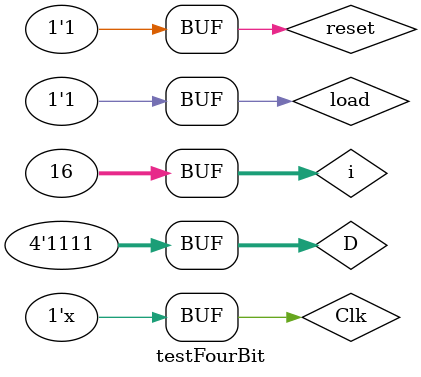
<source format=v>
`timescale 1ns / 1ps

module testFourBit();
   //testbench contains regs that feed into the input of the device under test 
   reg [3:0] D;
   reg Clk;
   reg reset;
   reg load;
   integer i;
   //device under test outputs wires
   wire[3:0]Q;
   
   FourBitReg DUT(.D(D),.Clk(Clk),.load(load),.reset(reset),.Q(Q));
   
    always #5 Clk = !Clk;
    
    initial
        begin
        Clk = 0;
        //when reset is 1 it should set everything to 0
        reset = 0;
        D = 0;
        //load is 1 to set Q to D
        load = 1; 
        //then we need to set out input, 4 bit shift register means we need to go from 0 to 15
        //and at the output we should see that Q matches D
        for(i = 0; i<16; i = i + 1)
            #5 D = i;
        #10 
        Clk = 0;
        reset = 1;
        D = 0;
        load = 1;
        //this next for loop verifies that that reset should take precendence and that Q should always be 0
        for(i=0;i<16;i=i+1)
            #5 D = i;
        #10;
     end
     
endmodule

</source>
